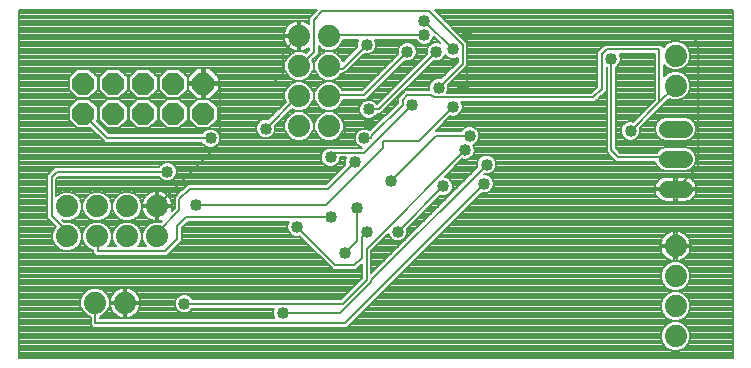
<source format=gbl>
G75*
%MOIN*%
%OFA0B0*%
%FSLAX24Y24*%
%IPPOS*%
%LPD*%
%AMOC8*
5,1,8,0,0,1.08239X$1,22.5*
%
%ADD10C,0.0560*%
%ADD11C,0.0740*%
%ADD12OC8,0.0740*%
%ADD13C,0.0080*%
%ADD14C,0.0400*%
D10*
X021966Y006313D02*
X022526Y006313D01*
X022526Y007313D02*
X021966Y007313D01*
X021966Y008313D02*
X022526Y008313D01*
D11*
X022246Y009763D03*
X022246Y010763D03*
X010696Y010413D03*
X009696Y010413D03*
X009696Y009413D03*
X010696Y009413D03*
X010696Y008413D03*
X009696Y008413D03*
X004966Y005743D03*
X003966Y005743D03*
X002966Y005743D03*
X001966Y005743D03*
X001966Y004743D03*
X002966Y004743D03*
X003966Y004743D03*
X004966Y004743D03*
X003896Y002523D03*
X002896Y002523D03*
X009696Y011413D03*
X010696Y011413D03*
X022246Y004413D03*
X022246Y003413D03*
X022246Y002413D03*
X022246Y001413D03*
D12*
X006506Y008833D03*
X005506Y008833D03*
X004506Y008833D03*
X003506Y008833D03*
X002506Y008833D03*
X002506Y009833D03*
X003506Y009833D03*
X004506Y009833D03*
X005506Y009833D03*
X006506Y009833D03*
D13*
X000366Y012289D02*
X000366Y000683D01*
X024146Y000683D01*
X024146Y012289D01*
X014216Y012289D01*
X015212Y011293D01*
X015212Y011293D01*
X015306Y011200D01*
X015306Y010427D01*
X015212Y010333D01*
X014657Y009778D01*
X014666Y009757D01*
X014666Y009630D01*
X014626Y009533D01*
X019440Y009533D01*
X019626Y009720D01*
X019626Y010880D01*
X019720Y010973D01*
X019786Y011040D01*
X019880Y011133D01*
X021772Y011133D01*
X021848Y011058D01*
X021968Y011179D01*
X022149Y011253D01*
X022343Y011253D01*
X022524Y011179D01*
X022661Y011041D01*
X022736Y010861D01*
X022736Y010666D01*
X022661Y010486D01*
X022524Y010348D01*
X022343Y010273D01*
X022149Y010273D01*
X021968Y010348D01*
X021866Y010450D01*
X021866Y010076D01*
X021968Y010179D01*
X022149Y010253D01*
X022343Y010253D01*
X022524Y010179D01*
X022661Y010041D01*
X022736Y009861D01*
X022736Y009666D01*
X022661Y009486D01*
X022524Y009348D01*
X022343Y009273D01*
X022149Y009273D01*
X022038Y009319D01*
X021866Y009147D01*
X021866Y009147D01*
X021772Y009053D01*
X021772Y009053D01*
X021057Y008338D01*
X021066Y008317D01*
X021066Y008190D01*
X021017Y008072D01*
X020927Y007982D01*
X020810Y007933D01*
X020682Y007933D01*
X020565Y007982D01*
X020475Y008072D01*
X020426Y008190D01*
X020426Y008317D01*
X020475Y008435D01*
X020565Y008525D01*
X020682Y008573D01*
X020810Y008573D01*
X020831Y008564D01*
X021546Y009280D01*
X021546Y010813D01*
X020386Y010813D01*
X020426Y010717D01*
X020426Y010590D01*
X020377Y010472D01*
X020287Y010382D01*
X020266Y010373D01*
X020266Y007670D01*
X020402Y007533D01*
X021624Y007533D01*
X021627Y007540D01*
X021739Y007652D01*
X021886Y007713D01*
X022606Y007713D01*
X022753Y007652D01*
X022865Y007540D01*
X022926Y007393D01*
X022926Y007234D01*
X022865Y007087D01*
X022753Y006974D01*
X022606Y006913D01*
X021886Y006913D01*
X021739Y006974D01*
X021627Y007087D01*
X021574Y007213D01*
X020270Y007213D01*
X020040Y007443D01*
X019946Y007537D01*
X019946Y010373D01*
X019946Y010373D01*
X019946Y009587D01*
X019666Y009307D01*
X019572Y009213D01*
X015106Y009213D01*
X015146Y009117D01*
X015146Y008990D01*
X015097Y008872D01*
X019946Y008872D01*
X019946Y008950D02*
X015130Y008950D01*
X015146Y009029D02*
X019946Y009029D01*
X019946Y009107D02*
X015146Y009107D01*
X015117Y009186D02*
X019946Y009186D01*
X019946Y009264D02*
X019623Y009264D01*
X019702Y009343D02*
X019946Y009343D01*
X019946Y009421D02*
X019780Y009421D01*
X019859Y009500D02*
X019946Y009500D01*
X019937Y009578D02*
X019946Y009578D01*
X019946Y009657D02*
X019946Y009657D01*
X019946Y009735D02*
X019946Y009735D01*
X019946Y009814D02*
X019946Y009814D01*
X019946Y009892D02*
X019946Y009892D01*
X019946Y009971D02*
X019946Y009971D01*
X019946Y010049D02*
X019946Y010049D01*
X019946Y010128D02*
X019946Y010128D01*
X019946Y010206D02*
X019946Y010206D01*
X019946Y010285D02*
X019946Y010285D01*
X019946Y010363D02*
X019946Y010363D01*
X019626Y010363D02*
X015242Y010363D01*
X015306Y010442D02*
X019626Y010442D01*
X019626Y010520D02*
X015306Y010520D01*
X015306Y010599D02*
X019626Y010599D01*
X019626Y010677D02*
X015306Y010677D01*
X015306Y010756D02*
X019626Y010756D01*
X019626Y010834D02*
X015306Y010834D01*
X015306Y010913D02*
X019659Y010913D01*
X019738Y010991D02*
X015306Y010991D01*
X015306Y011070D02*
X019816Y011070D01*
X019946Y010973D02*
X021706Y010973D01*
X021706Y009213D01*
X020746Y008253D01*
X021066Y008244D02*
X021566Y008244D01*
X021566Y008234D02*
X021627Y008087D01*
X021023Y008087D01*
X021056Y008165D02*
X021594Y008165D01*
X021566Y008234D02*
X021566Y008393D01*
X021627Y008540D01*
X021739Y008652D01*
X021886Y008713D01*
X022606Y008713D01*
X022753Y008652D01*
X022865Y008540D01*
X022926Y008393D01*
X022926Y008234D01*
X022865Y008087D01*
X024146Y008087D01*
X024146Y008165D02*
X022898Y008165D01*
X022926Y008244D02*
X024146Y008244D01*
X024146Y008322D02*
X022926Y008322D01*
X022923Y008401D02*
X024146Y008401D01*
X024146Y008479D02*
X022890Y008479D01*
X022847Y008558D02*
X024146Y008558D01*
X024146Y008636D02*
X022769Y008636D01*
X022865Y008087D02*
X022753Y007974D01*
X022606Y007913D01*
X021886Y007913D01*
X021739Y007974D01*
X021627Y008087D01*
X021705Y008008D02*
X020954Y008008D01*
X020538Y008008D02*
X020266Y008008D01*
X020266Y007930D02*
X021846Y007930D01*
X021841Y007694D02*
X020266Y007694D01*
X020266Y007773D02*
X024146Y007773D01*
X024146Y007851D02*
X020266Y007851D01*
X020266Y008087D02*
X020469Y008087D01*
X020436Y008165D02*
X020266Y008165D01*
X020266Y008244D02*
X020426Y008244D01*
X020428Y008322D02*
X020266Y008322D01*
X020266Y008401D02*
X020461Y008401D01*
X020520Y008479D02*
X020266Y008479D01*
X020266Y008558D02*
X020645Y008558D01*
X020903Y008636D02*
X020266Y008636D01*
X020266Y008715D02*
X020981Y008715D01*
X021060Y008793D02*
X020266Y008793D01*
X020266Y008872D02*
X021138Y008872D01*
X021217Y008950D02*
X020266Y008950D01*
X020266Y009029D02*
X021295Y009029D01*
X021374Y009107D02*
X020266Y009107D01*
X020266Y009186D02*
X021452Y009186D01*
X021531Y009264D02*
X020266Y009264D01*
X020266Y009343D02*
X021546Y009343D01*
X021546Y009421D02*
X020266Y009421D01*
X020266Y009500D02*
X021546Y009500D01*
X021546Y009578D02*
X020266Y009578D01*
X020266Y009657D02*
X021546Y009657D01*
X021546Y009735D02*
X020266Y009735D01*
X020266Y009814D02*
X021546Y009814D01*
X021546Y009892D02*
X020266Y009892D01*
X020266Y009971D02*
X021546Y009971D01*
X021546Y010049D02*
X020266Y010049D01*
X020266Y010128D02*
X021546Y010128D01*
X021546Y010206D02*
X020266Y010206D01*
X020266Y010285D02*
X021546Y010285D01*
X021546Y010363D02*
X020266Y010363D01*
X020347Y010442D02*
X021546Y010442D01*
X021546Y010520D02*
X020397Y010520D01*
X020426Y010599D02*
X021546Y010599D01*
X021546Y010677D02*
X020426Y010677D01*
X020410Y010756D02*
X021546Y010756D01*
X021866Y010442D02*
X021874Y010442D01*
X021866Y010363D02*
X021953Y010363D01*
X021866Y010285D02*
X022121Y010285D01*
X022035Y010206D02*
X021866Y010206D01*
X021866Y010128D02*
X021918Y010128D01*
X022371Y010285D02*
X024146Y010285D01*
X024146Y010363D02*
X022539Y010363D01*
X022618Y010442D02*
X024146Y010442D01*
X024146Y010520D02*
X022676Y010520D01*
X022708Y010599D02*
X024146Y010599D01*
X024146Y010677D02*
X022736Y010677D01*
X022736Y010756D02*
X024146Y010756D01*
X024146Y010834D02*
X022736Y010834D01*
X022714Y010913D02*
X024146Y010913D01*
X024146Y010991D02*
X022682Y010991D01*
X022632Y011070D02*
X024146Y011070D01*
X024146Y011148D02*
X022554Y011148D01*
X022407Y011227D02*
X024146Y011227D01*
X024146Y011305D02*
X015200Y011305D01*
X015279Y011227D02*
X022085Y011227D01*
X021938Y011148D02*
X015306Y011148D01*
X015146Y011133D02*
X014026Y012253D01*
X010476Y012253D01*
X010186Y011963D01*
X010186Y010893D01*
X009706Y010413D01*
X009696Y010413D01*
X010150Y010599D02*
X010242Y010599D01*
X010210Y010520D02*
X010182Y010520D01*
X010186Y010511D02*
X010140Y010621D01*
X010252Y010733D01*
X010252Y010733D01*
X010346Y010827D01*
X010346Y011070D01*
X010346Y011070D01*
X010418Y010998D01*
X010599Y010923D01*
X010793Y010923D01*
X010974Y010998D01*
X011111Y011136D01*
X011177Y011293D01*
X011666Y011293D01*
X011626Y011197D01*
X011626Y011070D01*
X011046Y011070D01*
X011117Y011148D02*
X011626Y011148D01*
X011626Y011070D02*
X011635Y011048D01*
X011160Y010574D01*
X011111Y010691D01*
X010974Y010829D01*
X010793Y010903D01*
X010599Y010903D01*
X010418Y010829D01*
X010281Y010691D01*
X010206Y010511D01*
X010206Y010316D01*
X010281Y010136D01*
X010418Y009998D01*
X010599Y009923D01*
X010793Y009923D01*
X010974Y009998D01*
X011111Y010136D01*
X011127Y010173D01*
X011212Y010173D01*
X011306Y010267D01*
X011861Y010822D01*
X011882Y010813D01*
X012010Y010813D01*
X012127Y010862D01*
X012217Y010952D01*
X012266Y011070D01*
X013033Y011070D01*
X013035Y011075D02*
X012986Y010957D01*
X012986Y010830D01*
X012995Y010808D01*
X011800Y009613D01*
X011144Y009613D01*
X011111Y009691D01*
X010974Y009829D01*
X010793Y009903D01*
X010599Y009903D01*
X010418Y009829D01*
X010281Y009691D01*
X010206Y009511D01*
X010206Y009316D01*
X010281Y009136D01*
X010418Y008998D01*
X010599Y008923D01*
X010793Y008923D01*
X010974Y008998D01*
X011111Y009136D01*
X011177Y009293D01*
X011932Y009293D01*
X012026Y009387D01*
X013221Y010582D01*
X013242Y010573D01*
X013370Y010573D01*
X013487Y010622D01*
X013577Y010712D01*
X013626Y010830D01*
X013626Y010957D01*
X013577Y011075D01*
X013487Y011165D01*
X013370Y011213D01*
X013242Y011213D01*
X013125Y011165D01*
X013035Y011075D01*
X013000Y010991D02*
X012234Y010991D01*
X012266Y011070D02*
X012266Y011197D01*
X012226Y011293D01*
X013586Y011293D01*
X013595Y011272D01*
X013685Y011182D01*
X013802Y011133D01*
X013930Y011133D01*
X014047Y011182D01*
X014137Y011272D01*
X014185Y011388D01*
X014381Y011192D01*
X014330Y011213D01*
X014202Y011213D01*
X014085Y011165D01*
X013995Y011075D01*
X013946Y010957D01*
X013946Y010830D01*
X013955Y010808D01*
X012298Y009152D01*
X012297Y009155D01*
X012207Y009245D01*
X012090Y009293D01*
X011962Y009293D01*
X011845Y009245D01*
X011755Y009155D01*
X011706Y009037D01*
X011706Y008910D01*
X011755Y008792D01*
X011845Y008702D01*
X011962Y008653D01*
X012090Y008653D01*
X012207Y008702D01*
X012297Y008792D01*
X012306Y008813D01*
X012412Y008813D01*
X012506Y008907D01*
X014181Y010582D01*
X014202Y010573D01*
X014330Y010573D01*
X014447Y010622D01*
X014537Y010712D01*
X014566Y010781D01*
X014645Y010702D01*
X014762Y010653D01*
X014890Y010653D01*
X014986Y010693D01*
X014986Y010560D01*
X014431Y010004D01*
X014410Y010013D01*
X014282Y010013D01*
X014165Y009965D01*
X014075Y009875D01*
X014026Y009757D01*
X014026Y009630D01*
X014033Y009613D01*
X013240Y009613D01*
X013146Y009520D01*
X012986Y009360D01*
X012986Y009200D01*
X012059Y008273D01*
X012047Y008285D01*
X011930Y008333D01*
X011802Y008333D01*
X011685Y008285D01*
X011595Y008195D01*
X011546Y008077D01*
X011546Y007950D01*
X011595Y007832D01*
X011685Y007742D01*
X011800Y007694D01*
X006812Y007694D01*
X006810Y007693D02*
X006927Y007742D01*
X007017Y007832D01*
X007066Y007950D01*
X007066Y008077D01*
X007017Y008195D01*
X006927Y008285D01*
X006810Y008333D01*
X006682Y008333D01*
X006565Y008285D01*
X006475Y008195D01*
X006466Y008173D01*
X003372Y008173D01*
X002956Y008590D01*
X002996Y008630D01*
X002996Y009036D01*
X002709Y009323D01*
X002303Y009323D01*
X002016Y009036D01*
X002016Y008630D01*
X002303Y008343D01*
X002709Y008343D01*
X002729Y008364D01*
X003146Y007947D01*
X003240Y007853D01*
X006466Y007853D01*
X006475Y007832D01*
X006565Y007742D01*
X006682Y007693D01*
X006810Y007693D01*
X006680Y007694D02*
X000366Y007694D01*
X000366Y007616D02*
X010536Y007616D01*
X010565Y007645D02*
X010475Y007555D01*
X010426Y007437D01*
X010426Y007310D01*
X010475Y007192D01*
X010565Y007102D01*
X010682Y007053D01*
X010810Y007053D01*
X010927Y007102D01*
X011017Y007192D01*
X011066Y007310D01*
X011066Y007373D01*
X011266Y007373D01*
X011226Y007277D01*
X011226Y007150D01*
X011235Y007128D01*
X010600Y006493D01*
X005990Y006493D01*
X005896Y006400D01*
X005896Y006400D01*
X005640Y006143D01*
X005640Y006143D01*
X005546Y006050D01*
X005546Y005680D01*
X005451Y005584D01*
X005463Y005624D01*
X005476Y005703D01*
X005476Y005703D01*
X005006Y005703D01*
X005006Y005233D01*
X005006Y005233D01*
X005085Y005246D01*
X005125Y005259D01*
X005089Y005223D01*
X005063Y005233D01*
X004869Y005233D01*
X004688Y005159D01*
X004551Y005021D01*
X004476Y004841D01*
X004476Y004646D01*
X004551Y004466D01*
X004603Y004413D01*
X004329Y004413D01*
X004381Y004466D01*
X004456Y004646D01*
X004456Y004841D01*
X004381Y005021D01*
X004244Y005159D01*
X004063Y005233D01*
X003869Y005233D01*
X003688Y005159D01*
X003551Y005021D01*
X003476Y004841D01*
X003476Y004646D01*
X003551Y004466D01*
X003603Y004413D01*
X003329Y004413D01*
X003381Y004466D01*
X003456Y004646D01*
X003456Y004841D01*
X003381Y005021D01*
X003244Y005159D01*
X003063Y005233D01*
X002869Y005233D01*
X002688Y005159D01*
X002551Y005021D01*
X002476Y004841D01*
X002476Y004646D01*
X002551Y004466D01*
X002688Y004328D01*
X002826Y004271D01*
X002826Y004187D01*
X002920Y004093D01*
X005292Y004093D01*
X005386Y004187D01*
X005692Y004493D01*
X005786Y004587D01*
X005786Y005007D01*
X005992Y005213D01*
X009346Y005213D01*
X009306Y005117D01*
X009306Y004990D01*
X009355Y004872D01*
X009445Y004782D01*
X009562Y004733D01*
X009690Y004733D01*
X009711Y004742D01*
X010746Y003707D01*
X010746Y003707D01*
X010840Y003613D01*
X011592Y003613D01*
X011686Y003707D01*
X011786Y003807D01*
X011786Y003360D01*
X011080Y002653D01*
X006146Y002653D01*
X006137Y002675D01*
X006047Y002765D01*
X005930Y002813D01*
X005802Y002813D01*
X005685Y002765D01*
X005595Y002675D01*
X005546Y002557D01*
X005546Y002430D01*
X005595Y002312D01*
X005685Y002222D01*
X005802Y002173D01*
X005930Y002173D01*
X006047Y002222D01*
X006137Y002312D01*
X006146Y002333D01*
X008866Y002333D01*
X008826Y002237D01*
X008826Y002110D01*
X008866Y002013D01*
X003066Y002013D01*
X003066Y002063D01*
X003174Y002108D01*
X003311Y002246D01*
X003386Y002426D01*
X003386Y002621D01*
X003311Y002801D01*
X003174Y002939D01*
X002993Y003013D01*
X002799Y003013D01*
X002618Y002939D01*
X002481Y002801D01*
X002406Y002621D01*
X002406Y002426D01*
X002481Y002246D01*
X002618Y002108D01*
X002746Y002055D01*
X002746Y001787D01*
X002840Y001693D01*
X011292Y001693D01*
X011386Y001787D01*
X015781Y006182D01*
X015802Y006173D01*
X015930Y006173D01*
X016047Y006222D01*
X016137Y006312D01*
X016186Y006430D01*
X016186Y006557D01*
X016137Y006675D01*
X016047Y006765D01*
X015930Y006813D01*
X015852Y006813D01*
X015861Y006822D01*
X015882Y006813D01*
X016010Y006813D01*
X016127Y006862D01*
X016217Y006952D01*
X016266Y007070D01*
X016266Y007197D01*
X016217Y007315D01*
X016127Y007405D01*
X016010Y007453D01*
X015882Y007453D01*
X015765Y007405D01*
X015675Y007315D01*
X015626Y007197D01*
X015626Y007070D01*
X015635Y007048D01*
X012106Y003520D01*
X012106Y004267D01*
X012667Y004828D01*
X012715Y004712D01*
X012805Y004622D01*
X012922Y004573D01*
X013050Y004573D01*
X013167Y004622D01*
X013257Y004712D01*
X013306Y004830D01*
X013306Y004957D01*
X013297Y004978D01*
X014421Y006102D01*
X014442Y006093D01*
X014570Y006093D01*
X014687Y006142D01*
X014777Y006232D01*
X014826Y006350D01*
X014826Y006477D01*
X014777Y006595D01*
X014687Y006685D01*
X014572Y006732D01*
X015141Y007302D01*
X015162Y007293D01*
X015290Y007293D01*
X015407Y007342D01*
X015497Y007432D01*
X015546Y007550D01*
X015546Y007677D01*
X015498Y007793D01*
X015567Y007822D01*
X015657Y007912D01*
X015706Y008030D01*
X015706Y008157D01*
X015657Y008275D01*
X015567Y008365D01*
X015450Y008413D01*
X015322Y008413D01*
X015205Y008365D01*
X015115Y008275D01*
X015106Y008253D01*
X014252Y008253D01*
X014741Y008742D01*
X014762Y008733D01*
X014890Y008733D01*
X015007Y008782D01*
X015097Y008872D01*
X015019Y008793D02*
X019946Y008793D01*
X019946Y008715D02*
X014714Y008715D01*
X014635Y008636D02*
X019946Y008636D01*
X019946Y008558D02*
X014557Y008558D01*
X014478Y008479D02*
X019946Y008479D01*
X019946Y008401D02*
X015480Y008401D01*
X015609Y008322D02*
X019946Y008322D01*
X019946Y008244D02*
X015670Y008244D01*
X015703Y008165D02*
X019946Y008165D01*
X019946Y008087D02*
X015706Y008087D01*
X015697Y008008D02*
X019946Y008008D01*
X019946Y007930D02*
X015665Y007930D01*
X015597Y007851D02*
X019946Y007851D01*
X019946Y007773D02*
X015506Y007773D01*
X015539Y007694D02*
X019946Y007694D01*
X019946Y007616D02*
X015546Y007616D01*
X015541Y007537D02*
X019946Y007537D01*
X020024Y007459D02*
X015508Y007459D01*
X015446Y007380D02*
X015741Y007380D01*
X015669Y007302D02*
X015310Y007302D01*
X015142Y007302D02*
X015141Y007302D01*
X015062Y007223D02*
X015637Y007223D01*
X015626Y007145D02*
X014984Y007145D01*
X014905Y007066D02*
X015627Y007066D01*
X015574Y006988D02*
X014827Y006988D01*
X014748Y006909D02*
X015496Y006909D01*
X015417Y006831D02*
X014670Y006831D01*
X014591Y006752D02*
X015339Y006752D01*
X015260Y006674D02*
X014698Y006674D01*
X014776Y006595D02*
X015182Y006595D01*
X015103Y006517D02*
X014809Y006517D01*
X014826Y006438D02*
X015025Y006438D01*
X014946Y006360D02*
X014826Y006360D01*
X014798Y006281D02*
X014868Y006281D01*
X014789Y006203D02*
X014748Y006203D01*
X014711Y006124D02*
X014645Y006124D01*
X014632Y006046D02*
X014365Y006046D01*
X014286Y005967D02*
X014554Y005967D01*
X014475Y005889D02*
X014208Y005889D01*
X014129Y005810D02*
X014397Y005810D01*
X014318Y005732D02*
X014051Y005732D01*
X013972Y005653D02*
X014240Y005653D01*
X014161Y005575D02*
X013894Y005575D01*
X013815Y005496D02*
X014083Y005496D01*
X014004Y005418D02*
X013737Y005418D01*
X013658Y005339D02*
X013926Y005339D01*
X013847Y005261D02*
X013580Y005261D01*
X013501Y005182D02*
X013769Y005182D01*
X013690Y005104D02*
X013423Y005104D01*
X013344Y005025D02*
X013612Y005025D01*
X013533Y004947D02*
X013306Y004947D01*
X013306Y004868D02*
X013455Y004868D01*
X013376Y004790D02*
X013290Y004790D01*
X013298Y004711D02*
X013257Y004711D01*
X013219Y004633D02*
X013178Y004633D01*
X013141Y004554D02*
X012393Y004554D01*
X012315Y004476D02*
X013062Y004476D01*
X012984Y004397D02*
X012236Y004397D01*
X012158Y004319D02*
X012905Y004319D01*
X012827Y004240D02*
X012106Y004240D01*
X012106Y004162D02*
X012748Y004162D01*
X012670Y004083D02*
X012106Y004083D01*
X012106Y004005D02*
X012591Y004005D01*
X012513Y003926D02*
X012106Y003926D01*
X012106Y003848D02*
X012434Y003848D01*
X012356Y003769D02*
X012106Y003769D01*
X012106Y003691D02*
X012277Y003691D01*
X012199Y003612D02*
X012106Y003612D01*
X012106Y003534D02*
X012120Y003534D01*
X011786Y003534D02*
X000366Y003534D01*
X000366Y003612D02*
X011786Y003612D01*
X011786Y003691D02*
X011670Y003691D01*
X011748Y003769D02*
X011786Y003769D01*
X011526Y003773D02*
X010906Y003773D01*
X009626Y005053D01*
X009333Y005182D02*
X005961Y005182D01*
X005883Y005104D02*
X009306Y005104D01*
X009306Y005025D02*
X005804Y005025D01*
X005786Y004947D02*
X009324Y004947D01*
X009358Y004868D02*
X005786Y004868D01*
X005786Y004790D02*
X009437Y004790D01*
X009742Y004711D02*
X005786Y004711D01*
X005786Y004633D02*
X009820Y004633D01*
X009899Y004554D02*
X005753Y004554D01*
X005675Y004476D02*
X009977Y004476D01*
X010056Y004397D02*
X005596Y004397D01*
X005518Y004319D02*
X010134Y004319D01*
X010213Y004240D02*
X005439Y004240D01*
X005361Y004162D02*
X010291Y004162D01*
X010370Y004083D02*
X000366Y004083D01*
X000366Y004005D02*
X010448Y004005D01*
X010527Y003926D02*
X000366Y003926D01*
X000366Y003848D02*
X010605Y003848D01*
X010684Y003769D02*
X000366Y003769D01*
X000366Y003691D02*
X010762Y003691D01*
X011526Y003773D02*
X011786Y004033D01*
X011786Y004733D01*
X011946Y004893D01*
X011626Y004573D02*
X011626Y005693D01*
X010746Y005373D02*
X005926Y005373D01*
X005626Y005073D01*
X005626Y004653D01*
X005226Y004253D01*
X002986Y004253D01*
X002986Y004733D01*
X002966Y004743D01*
X002619Y004397D02*
X002313Y004397D01*
X002381Y004466D02*
X002456Y004646D01*
X002456Y004841D01*
X002381Y005021D01*
X002244Y005159D01*
X002063Y005233D01*
X001869Y005233D01*
X001857Y005228D01*
X001807Y005279D01*
X001869Y005253D01*
X002063Y005253D01*
X002244Y005328D01*
X002381Y005466D01*
X002456Y005646D01*
X002456Y005841D01*
X002381Y006021D01*
X002244Y006159D01*
X002063Y006233D01*
X001869Y006233D01*
X001688Y006159D01*
X001606Y006076D01*
X001606Y006637D01*
X001702Y006733D01*
X005026Y006733D01*
X005035Y006712D01*
X005125Y006622D01*
X005242Y006573D01*
X005370Y006573D01*
X005487Y006622D01*
X005577Y006712D01*
X005626Y006830D01*
X005626Y006957D01*
X005577Y007075D01*
X005487Y007165D01*
X005370Y007213D01*
X005242Y007213D01*
X005125Y007165D01*
X005035Y007075D01*
X005026Y007053D01*
X001570Y007053D01*
X001476Y006960D01*
X001476Y006960D01*
X001286Y006770D01*
X001286Y005347D01*
X001581Y005052D01*
X001551Y005021D01*
X001476Y004841D01*
X001476Y004646D01*
X001551Y004466D01*
X001688Y004328D01*
X001869Y004253D01*
X002063Y004253D01*
X002244Y004328D01*
X002381Y004466D01*
X002386Y004476D02*
X002546Y004476D01*
X002514Y004554D02*
X002418Y004554D01*
X002451Y004633D02*
X002481Y004633D01*
X002476Y004711D02*
X002456Y004711D01*
X002456Y004790D02*
X002476Y004790D01*
X002487Y004868D02*
X002445Y004868D01*
X002412Y004947D02*
X002520Y004947D01*
X002555Y005025D02*
X002377Y005025D01*
X002298Y005104D02*
X002634Y005104D01*
X002746Y005182D02*
X002186Y005182D01*
X002082Y005261D02*
X002850Y005261D01*
X002869Y005253D02*
X003063Y005253D01*
X003244Y005328D01*
X003381Y005466D01*
X003456Y005646D01*
X003456Y005841D01*
X003381Y006021D01*
X003244Y006159D01*
X003063Y006233D01*
X002869Y006233D01*
X002688Y006159D01*
X002551Y006021D01*
X002476Y005841D01*
X002476Y005646D01*
X002551Y005466D01*
X002688Y005328D01*
X002869Y005253D01*
X002677Y005339D02*
X002255Y005339D01*
X002334Y005418D02*
X002598Y005418D01*
X002538Y005496D02*
X002394Y005496D01*
X002427Y005575D02*
X002505Y005575D01*
X002476Y005653D02*
X002456Y005653D01*
X002456Y005732D02*
X002476Y005732D01*
X002476Y005810D02*
X002456Y005810D01*
X002436Y005889D02*
X002496Y005889D01*
X002528Y005967D02*
X002404Y005967D01*
X002356Y006046D02*
X002576Y006046D01*
X002654Y006124D02*
X002278Y006124D01*
X002137Y006203D02*
X002795Y006203D01*
X003137Y006203D02*
X003795Y006203D01*
X003869Y006233D02*
X003688Y006159D01*
X003551Y006021D01*
X003476Y005841D01*
X003476Y005646D01*
X003551Y005466D01*
X003688Y005328D01*
X003869Y005253D01*
X004063Y005253D01*
X004244Y005328D01*
X004381Y005466D01*
X004456Y005646D01*
X004456Y005841D01*
X004381Y006021D01*
X004244Y006159D01*
X004063Y006233D01*
X003869Y006233D01*
X003654Y006124D02*
X003278Y006124D01*
X003356Y006046D02*
X003576Y006046D01*
X003528Y005967D02*
X003404Y005967D01*
X003436Y005889D02*
X003496Y005889D01*
X003476Y005810D02*
X003456Y005810D01*
X003456Y005732D02*
X003476Y005732D01*
X003476Y005653D02*
X003456Y005653D01*
X003427Y005575D02*
X003505Y005575D01*
X003538Y005496D02*
X003394Y005496D01*
X003334Y005418D02*
X003598Y005418D01*
X003677Y005339D02*
X003255Y005339D01*
X003186Y005182D02*
X003746Y005182D01*
X003850Y005261D02*
X003082Y005261D01*
X003298Y005104D02*
X003634Y005104D01*
X003555Y005025D02*
X003377Y005025D01*
X003412Y004947D02*
X003520Y004947D01*
X003487Y004868D02*
X003445Y004868D01*
X003456Y004790D02*
X003476Y004790D01*
X003476Y004711D02*
X003456Y004711D01*
X003451Y004633D02*
X003481Y004633D01*
X003514Y004554D02*
X003418Y004554D01*
X003386Y004476D02*
X003546Y004476D01*
X002826Y004240D02*
X000366Y004240D01*
X000366Y004162D02*
X002851Y004162D01*
X002710Y004319D02*
X002222Y004319D01*
X001710Y004319D02*
X000366Y004319D01*
X000366Y004397D02*
X001619Y004397D01*
X001546Y004476D02*
X000366Y004476D01*
X000366Y004554D02*
X001514Y004554D01*
X001481Y004633D02*
X000366Y004633D01*
X000366Y004711D02*
X001476Y004711D01*
X001476Y004790D02*
X000366Y004790D01*
X000366Y004868D02*
X001487Y004868D01*
X001520Y004947D02*
X000366Y004947D01*
X000366Y005025D02*
X001555Y005025D01*
X001529Y005104D02*
X000366Y005104D01*
X000366Y005182D02*
X001451Y005182D01*
X001372Y005261D02*
X000366Y005261D01*
X000366Y005339D02*
X001294Y005339D01*
X001286Y005418D02*
X000366Y005418D01*
X000366Y005496D02*
X001286Y005496D01*
X001286Y005575D02*
X000366Y005575D01*
X000366Y005653D02*
X001286Y005653D01*
X001286Y005732D02*
X000366Y005732D01*
X000366Y005810D02*
X001286Y005810D01*
X001286Y005889D02*
X000366Y005889D01*
X000366Y005967D02*
X001286Y005967D01*
X001286Y006046D02*
X000366Y006046D01*
X000366Y006124D02*
X001286Y006124D01*
X001286Y006203D02*
X000366Y006203D01*
X000366Y006281D02*
X001286Y006281D01*
X001286Y006360D02*
X000366Y006360D01*
X000366Y006438D02*
X001286Y006438D01*
X001286Y006517D02*
X000366Y006517D01*
X000366Y006595D02*
X001286Y006595D01*
X001286Y006674D02*
X000366Y006674D01*
X000366Y006752D02*
X001286Y006752D01*
X001347Y006831D02*
X000366Y006831D01*
X000366Y006909D02*
X001426Y006909D01*
X001504Y006988D02*
X000366Y006988D01*
X000366Y007066D02*
X005031Y007066D01*
X005105Y007145D02*
X000366Y007145D01*
X000366Y007223D02*
X010462Y007223D01*
X010429Y007302D02*
X000366Y007302D01*
X000366Y007380D02*
X010426Y007380D01*
X010435Y007459D02*
X000366Y007459D01*
X000366Y007537D02*
X010468Y007537D01*
X010565Y007645D02*
X010678Y007691D01*
X010680Y007693D01*
X011800Y007693D01*
X011800Y007694D01*
X011654Y007773D02*
X006958Y007773D01*
X007025Y007851D02*
X011587Y007851D01*
X011554Y007930D02*
X010809Y007930D01*
X010793Y007923D02*
X010974Y007998D01*
X011111Y008136D01*
X011186Y008316D01*
X011186Y008511D01*
X011111Y008691D01*
X010974Y008829D01*
X010793Y008903D01*
X010599Y008903D01*
X010418Y008829D01*
X010281Y008691D01*
X010206Y008511D01*
X010206Y008316D01*
X010281Y008136D01*
X010418Y007998D01*
X010599Y007923D01*
X010793Y007923D01*
X010906Y007853D02*
X007066Y007853D01*
X004986Y005773D01*
X004966Y005743D01*
X005006Y005732D02*
X005546Y005732D01*
X005546Y005810D02*
X005472Y005810D01*
X005476Y005783D02*
X005463Y005863D01*
X005439Y005939D01*
X005402Y006011D01*
X005355Y006075D01*
X005298Y006132D01*
X005233Y006179D01*
X005162Y006216D01*
X005085Y006241D01*
X005006Y006253D01*
X005006Y005783D01*
X005476Y005783D01*
X005476Y005783D01*
X005455Y005889D02*
X005546Y005889D01*
X005546Y005967D02*
X005424Y005967D01*
X005377Y006046D02*
X005546Y006046D01*
X005621Y006124D02*
X005306Y006124D01*
X005187Y006203D02*
X005699Y006203D01*
X005778Y006281D02*
X001606Y006281D01*
X001606Y006203D02*
X001795Y006203D01*
X001654Y006124D02*
X001606Y006124D01*
X001606Y006360D02*
X005856Y006360D01*
X005935Y006438D02*
X001606Y006438D01*
X001606Y006517D02*
X010623Y006517D01*
X010702Y006595D02*
X005423Y006595D01*
X005539Y006674D02*
X010780Y006674D01*
X010859Y006752D02*
X005594Y006752D01*
X005626Y006831D02*
X010937Y006831D01*
X011016Y006909D02*
X005626Y006909D01*
X005613Y006988D02*
X011094Y006988D01*
X011173Y007066D02*
X010841Y007066D01*
X010970Y007145D02*
X011228Y007145D01*
X011226Y007223D02*
X011030Y007223D01*
X011063Y007302D02*
X011236Y007302D01*
X011546Y007213D02*
X010666Y006333D01*
X006056Y006333D01*
X005706Y005983D01*
X005706Y005613D01*
X004986Y004893D01*
X004986Y004813D01*
X004966Y004743D01*
X004514Y004554D02*
X004418Y004554D01*
X004386Y004476D02*
X004546Y004476D01*
X004481Y004633D02*
X004451Y004633D01*
X004456Y004711D02*
X004476Y004711D01*
X004476Y004790D02*
X004456Y004790D01*
X004445Y004868D02*
X004487Y004868D01*
X004520Y004947D02*
X004412Y004947D01*
X004377Y005025D02*
X004555Y005025D01*
X004634Y005104D02*
X004298Y005104D01*
X004186Y005182D02*
X004746Y005182D01*
X004770Y005271D02*
X004847Y005246D01*
X004926Y005233D01*
X004926Y005703D01*
X005006Y005703D01*
X005006Y005783D01*
X004926Y005783D01*
X004926Y005703D01*
X004456Y005703D01*
X004469Y005624D01*
X004493Y005547D01*
X004530Y005476D01*
X004577Y005411D01*
X004634Y005354D01*
X004699Y005307D01*
X004770Y005271D01*
X004800Y005261D02*
X004082Y005261D01*
X004255Y005339D02*
X004654Y005339D01*
X004572Y005418D02*
X004334Y005418D01*
X004394Y005496D02*
X004519Y005496D01*
X004484Y005575D02*
X004427Y005575D01*
X004456Y005653D02*
X004464Y005653D01*
X004456Y005703D02*
X004456Y005703D01*
X004456Y005732D02*
X004926Y005732D01*
X004926Y005783D02*
X004456Y005783D01*
X004456Y005783D01*
X004469Y005863D01*
X004493Y005939D01*
X004530Y006011D01*
X004577Y006075D01*
X004634Y006132D01*
X004699Y006179D01*
X004770Y006216D01*
X004847Y006241D01*
X004926Y006253D01*
X004926Y006253D01*
X004926Y005783D01*
X004926Y005810D02*
X005006Y005810D01*
X005006Y005889D02*
X004926Y005889D01*
X004926Y005967D02*
X005006Y005967D01*
X005006Y006046D02*
X004926Y006046D01*
X004926Y006124D02*
X005006Y006124D01*
X005006Y006203D02*
X004926Y006203D01*
X005006Y006253D02*
X005006Y006253D01*
X004745Y006203D02*
X004137Y006203D01*
X004278Y006124D02*
X004626Y006124D01*
X004555Y006046D02*
X004356Y006046D01*
X004404Y005967D02*
X004508Y005967D01*
X004477Y005889D02*
X004436Y005889D01*
X004456Y005810D02*
X004460Y005810D01*
X004926Y005653D02*
X005006Y005653D01*
X005006Y005575D02*
X004926Y005575D01*
X004926Y005496D02*
X005006Y005496D01*
X005006Y005418D02*
X004926Y005418D01*
X004926Y005339D02*
X005006Y005339D01*
X005006Y005261D02*
X004926Y005261D01*
X004926Y005233D02*
X004926Y005233D01*
X005468Y005653D02*
X005520Y005653D01*
X006266Y005773D02*
X010586Y005773D01*
X012506Y007693D01*
X012506Y007933D01*
X013706Y007933D01*
X014826Y009053D01*
X014186Y009373D02*
X019506Y009373D01*
X019786Y009653D01*
X019786Y010813D01*
X019946Y010973D01*
X020106Y010653D02*
X020106Y007603D01*
X020336Y007373D01*
X022186Y007373D01*
X022246Y007313D01*
X022789Y007616D02*
X024146Y007616D01*
X024146Y007694D02*
X022651Y007694D01*
X022866Y007537D02*
X024146Y007537D01*
X024146Y007459D02*
X022899Y007459D01*
X022926Y007380D02*
X024146Y007380D01*
X024146Y007302D02*
X022926Y007302D01*
X022922Y007223D02*
X024146Y007223D01*
X024146Y007145D02*
X022889Y007145D01*
X022845Y007066D02*
X024146Y007066D01*
X024146Y006988D02*
X022766Y006988D01*
X022986Y007053D02*
X022986Y011193D01*
X022726Y011453D01*
X015306Y011453D01*
X015306Y009853D01*
X015146Y009693D01*
X014850Y009971D02*
X019626Y009971D01*
X019626Y010049D02*
X014928Y010049D01*
X015007Y010128D02*
X019626Y010128D01*
X019626Y010206D02*
X015085Y010206D01*
X015164Y010285D02*
X019626Y010285D01*
X019626Y009892D02*
X014771Y009892D01*
X014693Y009814D02*
X019626Y009814D01*
X019626Y009735D02*
X014666Y009735D01*
X014666Y009657D02*
X019563Y009657D01*
X019485Y009578D02*
X014645Y009578D01*
X014346Y009693D02*
X015146Y010493D01*
X015146Y011133D01*
X015122Y011384D02*
X024146Y011384D01*
X024146Y011462D02*
X015043Y011462D01*
X014965Y011541D02*
X024146Y011541D01*
X024146Y011619D02*
X014886Y011619D01*
X014808Y011698D02*
X024146Y011698D01*
X024146Y011776D02*
X014729Y011776D01*
X014651Y011855D02*
X024146Y011855D01*
X024146Y011933D02*
X014572Y011933D01*
X014494Y012012D02*
X024146Y012012D01*
X024146Y012090D02*
X014415Y012090D01*
X014337Y012169D02*
X024146Y012169D01*
X024146Y012247D02*
X014258Y012247D01*
X013866Y011933D02*
X014826Y010973D01*
X014948Y010677D02*
X014986Y010677D01*
X014986Y010599D02*
X014391Y010599D01*
X014503Y010677D02*
X014704Y010677D01*
X014591Y010756D02*
X014555Y010756D01*
X014266Y010893D02*
X012346Y008973D01*
X012026Y008973D01*
X011735Y009107D02*
X011083Y009107D01*
X011132Y009186D02*
X011786Y009186D01*
X011893Y009264D02*
X011165Y009264D01*
X011005Y009029D02*
X011706Y009029D01*
X011706Y008950D02*
X010859Y008950D01*
X010869Y008872D02*
X011722Y008872D01*
X011754Y008793D02*
X011009Y008793D01*
X011087Y008715D02*
X011832Y008715D01*
X012026Y008493D02*
X011226Y008493D01*
X011226Y008173D01*
X010906Y007853D01*
X010984Y008008D02*
X011546Y008008D01*
X011550Y008087D02*
X011063Y008087D01*
X011124Y008165D02*
X011583Y008165D01*
X011644Y008244D02*
X011156Y008244D01*
X011186Y008322D02*
X011776Y008322D01*
X011956Y008322D02*
X012109Y008322D01*
X012187Y008401D02*
X011186Y008401D01*
X011186Y008479D02*
X012266Y008479D01*
X012344Y008558D02*
X011166Y008558D01*
X011134Y008636D02*
X012423Y008636D01*
X012501Y008715D02*
X012220Y008715D01*
X012298Y008793D02*
X012580Y008793D01*
X012658Y008872D02*
X012471Y008872D01*
X012549Y008950D02*
X012737Y008950D01*
X012815Y009029D02*
X012628Y009029D01*
X012706Y009107D02*
X012894Y009107D01*
X012972Y009186D02*
X012785Y009186D01*
X012863Y009264D02*
X012986Y009264D01*
X012986Y009343D02*
X012942Y009343D01*
X013020Y009421D02*
X013048Y009421D01*
X013099Y009500D02*
X013126Y009500D01*
X013177Y009578D02*
X013205Y009578D01*
X013256Y009657D02*
X014026Y009657D01*
X014026Y009735D02*
X013334Y009735D01*
X013413Y009814D02*
X014050Y009814D01*
X014093Y009892D02*
X013491Y009892D01*
X013570Y009971D02*
X014180Y009971D01*
X014476Y010049D02*
X013648Y010049D01*
X013727Y010128D02*
X014554Y010128D01*
X014633Y010206D02*
X013805Y010206D01*
X013884Y010285D02*
X014711Y010285D01*
X014790Y010363D02*
X013962Y010363D01*
X014041Y010442D02*
X014868Y010442D01*
X014947Y010520D02*
X014119Y010520D01*
X013745Y010599D02*
X013431Y010599D01*
X013543Y010677D02*
X013824Y010677D01*
X013902Y010756D02*
X013595Y010756D01*
X013626Y010834D02*
X013946Y010834D01*
X013946Y010913D02*
X013626Y010913D01*
X013612Y010991D02*
X013960Y010991D01*
X013993Y011070D02*
X013579Y011070D01*
X013503Y011148D02*
X013766Y011148D01*
X013640Y011227D02*
X012254Y011227D01*
X012266Y011148D02*
X013109Y011148D01*
X012986Y010913D02*
X012178Y010913D01*
X012061Y010834D02*
X012986Y010834D01*
X012942Y010756D02*
X011795Y010756D01*
X011716Y010677D02*
X012864Y010677D01*
X012785Y010599D02*
X011638Y010599D01*
X011559Y010520D02*
X012707Y010520D01*
X012628Y010442D02*
X011481Y010442D01*
X011402Y010363D02*
X012550Y010363D01*
X012471Y010285D02*
X011324Y010285D01*
X011245Y010206D02*
X012393Y010206D01*
X012314Y010128D02*
X011104Y010128D01*
X011025Y010049D02*
X012236Y010049D01*
X012157Y009971D02*
X010908Y009971D01*
X010820Y009892D02*
X012079Y009892D01*
X012000Y009814D02*
X010988Y009814D01*
X011067Y009735D02*
X011922Y009735D01*
X011843Y009657D02*
X011125Y009657D01*
X010746Y009453D02*
X010696Y009413D01*
X010746Y009453D02*
X011866Y009453D01*
X013306Y010893D01*
X013159Y010520D02*
X013667Y010520D01*
X013588Y010442D02*
X013081Y010442D01*
X013002Y010363D02*
X013510Y010363D01*
X013431Y010285D02*
X012924Y010285D01*
X012845Y010206D02*
X013353Y010206D01*
X013274Y010128D02*
X012767Y010128D01*
X012688Y010049D02*
X013196Y010049D01*
X013117Y009971D02*
X012610Y009971D01*
X012531Y009892D02*
X013039Y009892D01*
X012960Y009814D02*
X012453Y009814D01*
X012374Y009735D02*
X012882Y009735D01*
X012803Y009657D02*
X012296Y009657D01*
X012217Y009578D02*
X012725Y009578D01*
X012646Y009500D02*
X012139Y009500D01*
X012060Y009421D02*
X012568Y009421D01*
X012489Y009343D02*
X011982Y009343D01*
X012159Y009264D02*
X012411Y009264D01*
X012332Y009186D02*
X012266Y009186D01*
X013146Y009133D02*
X013146Y009293D01*
X013306Y009453D01*
X014106Y009453D01*
X014186Y009373D01*
X013466Y009133D02*
X011866Y007533D01*
X010746Y007533D01*
X010746Y007373D01*
X010522Y007145D02*
X005507Y007145D01*
X005581Y007066D02*
X010651Y007066D01*
X010583Y007930D02*
X009809Y007930D01*
X009793Y007923D02*
X009974Y007998D01*
X010111Y008136D01*
X010186Y008316D01*
X010186Y008511D01*
X010111Y008691D01*
X009974Y008829D01*
X009793Y008903D01*
X009599Y008903D01*
X009418Y008829D01*
X009281Y008691D01*
X009206Y008511D01*
X009206Y008316D01*
X009281Y008136D01*
X009418Y007998D01*
X009599Y007923D01*
X009793Y007923D01*
X009984Y008008D02*
X010408Y008008D01*
X010329Y008087D02*
X010063Y008087D01*
X010124Y008165D02*
X010268Y008165D01*
X010236Y008244D02*
X010156Y008244D01*
X010186Y008322D02*
X010206Y008322D01*
X010206Y008401D02*
X010186Y008401D01*
X010186Y008479D02*
X010206Y008479D01*
X010226Y008558D02*
X010166Y008558D01*
X010134Y008636D02*
X010258Y008636D01*
X010305Y008715D02*
X010087Y008715D01*
X010009Y008793D02*
X010383Y008793D01*
X010523Y008872D02*
X009869Y008872D01*
X009859Y008950D02*
X010533Y008950D01*
X010387Y009029D02*
X010005Y009029D01*
X009974Y008998D02*
X010111Y009136D01*
X010186Y009316D01*
X010186Y009511D01*
X010111Y009691D01*
X009974Y009829D01*
X009793Y009903D01*
X009599Y009903D01*
X009418Y009829D01*
X009281Y009691D01*
X009206Y009511D01*
X009206Y009316D01*
X009246Y009219D01*
X008671Y008644D01*
X008650Y008653D01*
X008522Y008653D01*
X008405Y008605D01*
X008315Y008515D01*
X008266Y008397D01*
X008266Y008270D01*
X008315Y008152D01*
X008405Y008062D01*
X008522Y008013D01*
X008650Y008013D01*
X008767Y008062D01*
X008857Y008152D01*
X008906Y008270D01*
X008906Y008397D01*
X008897Y008418D01*
X009460Y008981D01*
X009599Y008923D01*
X009793Y008923D01*
X009974Y008998D01*
X010083Y009107D02*
X010309Y009107D01*
X010260Y009186D02*
X010132Y009186D01*
X010165Y009264D02*
X010227Y009264D01*
X010206Y009343D02*
X010186Y009343D01*
X010186Y009421D02*
X010206Y009421D01*
X010206Y009500D02*
X010186Y009500D01*
X010158Y009578D02*
X010234Y009578D01*
X010267Y009657D02*
X010125Y009657D01*
X010067Y009735D02*
X010325Y009735D01*
X010404Y009814D02*
X009988Y009814D01*
X009908Y009971D02*
X010484Y009971D01*
X010572Y009892D02*
X009820Y009892D01*
X009793Y009923D02*
X009599Y009923D01*
X009418Y009998D01*
X009281Y010136D01*
X009206Y010316D01*
X009206Y010511D01*
X009281Y010691D01*
X009418Y010829D01*
X009599Y010903D01*
X009793Y010903D01*
X009918Y010852D01*
X010026Y010960D01*
X010026Y011023D01*
X009963Y010977D01*
X009892Y010941D01*
X009815Y010916D01*
X009736Y010903D01*
X009736Y010903D01*
X009736Y011373D01*
X009656Y011373D01*
X009656Y010903D01*
X009656Y010903D01*
X009577Y010916D01*
X009500Y010941D01*
X009429Y010977D01*
X009364Y011024D01*
X009307Y011081D01*
X009260Y011146D01*
X009223Y011217D01*
X009199Y011294D01*
X009186Y011373D01*
X009186Y011373D01*
X009656Y011373D01*
X009656Y011453D01*
X009186Y011453D01*
X009186Y011453D01*
X009199Y011533D01*
X009223Y011609D01*
X009260Y011681D01*
X009307Y011745D01*
X009364Y011802D01*
X009429Y011849D01*
X009500Y011886D01*
X009577Y011911D01*
X009656Y011923D01*
X009656Y011923D01*
X009656Y011453D01*
X009736Y011453D01*
X009736Y011923D01*
X009736Y011923D01*
X009815Y011911D01*
X009892Y011886D01*
X009963Y011849D01*
X010026Y011804D01*
X010026Y012030D01*
X010120Y012123D01*
X010286Y012289D01*
X000366Y012289D01*
X000366Y012247D02*
X010244Y012247D01*
X010165Y012169D02*
X000366Y012169D01*
X000366Y012090D02*
X010087Y012090D01*
X010026Y012012D02*
X000366Y012012D01*
X000366Y011933D02*
X010026Y011933D01*
X010026Y011855D02*
X009953Y011855D01*
X009736Y011855D02*
X009656Y011855D01*
X009656Y011776D02*
X009736Y011776D01*
X009736Y011698D02*
X009656Y011698D01*
X009656Y011619D02*
X009736Y011619D01*
X009736Y011541D02*
X009656Y011541D01*
X009656Y011462D02*
X009736Y011462D01*
X009696Y011413D02*
X009626Y011373D01*
X009146Y010893D01*
X009146Y010163D01*
X008836Y009853D01*
X007066Y009853D01*
X007066Y007853D01*
X007058Y007930D02*
X009583Y007930D01*
X009408Y008008D02*
X007066Y008008D01*
X007062Y008087D02*
X008380Y008087D01*
X008309Y008165D02*
X007029Y008165D01*
X006968Y008244D02*
X008277Y008244D01*
X008266Y008322D02*
X006836Y008322D01*
X006767Y008401D02*
X008268Y008401D01*
X008300Y008479D02*
X006845Y008479D01*
X006924Y008558D02*
X008358Y008558D01*
X008481Y008636D02*
X006996Y008636D01*
X006996Y008630D02*
X006709Y008343D01*
X006303Y008343D01*
X006016Y008630D01*
X006016Y009036D01*
X006303Y009323D01*
X006709Y009323D01*
X006996Y009036D01*
X006996Y008630D01*
X006996Y008715D02*
X008741Y008715D01*
X008820Y008793D02*
X006996Y008793D01*
X006996Y008872D02*
X008898Y008872D01*
X008977Y008950D02*
X006996Y008950D01*
X006996Y009029D02*
X009055Y009029D01*
X009134Y009107D02*
X006925Y009107D01*
X006846Y009186D02*
X009212Y009186D01*
X009227Y009264D02*
X006768Y009264D01*
X006717Y009323D02*
X006546Y009323D01*
X006546Y009793D01*
X006466Y009793D01*
X006466Y009323D01*
X006295Y009323D01*
X005996Y009622D01*
X005996Y009793D01*
X006466Y009793D01*
X006466Y009873D01*
X005996Y009873D01*
X005996Y010044D01*
X006295Y010343D01*
X006466Y010343D01*
X006466Y009873D01*
X006546Y009873D01*
X007016Y009873D01*
X007016Y010044D01*
X006717Y010343D01*
X006546Y010343D01*
X006546Y009873D01*
X006546Y009793D01*
X007016Y009793D01*
X007016Y009622D01*
X006717Y009323D01*
X006737Y009343D02*
X009206Y009343D01*
X009206Y009421D02*
X006815Y009421D01*
X006894Y009500D02*
X009206Y009500D01*
X009234Y009578D02*
X006972Y009578D01*
X007016Y009657D02*
X009267Y009657D01*
X009325Y009735D02*
X007016Y009735D01*
X007066Y009853D02*
X006506Y009853D01*
X006506Y009833D01*
X006546Y009814D02*
X009404Y009814D01*
X009484Y009971D02*
X007016Y009971D01*
X007011Y010049D02*
X009367Y010049D01*
X009288Y010128D02*
X006933Y010128D01*
X006854Y010206D02*
X009251Y010206D01*
X009219Y010285D02*
X006776Y010285D01*
X006546Y010285D02*
X006466Y010285D01*
X006466Y010206D02*
X006546Y010206D01*
X006546Y010128D02*
X006466Y010128D01*
X006466Y010049D02*
X006546Y010049D01*
X006546Y009971D02*
X006466Y009971D01*
X006466Y009892D02*
X006546Y009892D01*
X006466Y009814D02*
X005996Y009814D01*
X005996Y009892D02*
X005996Y009892D01*
X005996Y009971D02*
X005996Y009971D01*
X005996Y010036D02*
X005709Y010323D01*
X005303Y010323D01*
X005016Y010036D01*
X005016Y009630D01*
X005303Y009343D01*
X005709Y009343D01*
X005996Y009630D01*
X005996Y010036D01*
X006001Y010049D02*
X005983Y010049D01*
X005904Y010128D02*
X006079Y010128D01*
X006158Y010206D02*
X005826Y010206D01*
X005747Y010285D02*
X006236Y010285D01*
X007016Y009892D02*
X009572Y009892D01*
X009793Y009923D02*
X009974Y009998D01*
X010111Y010136D01*
X010186Y010316D01*
X010186Y010511D01*
X010186Y010442D02*
X010206Y010442D01*
X010206Y010363D02*
X010186Y010363D01*
X010173Y010285D02*
X010219Y010285D01*
X010251Y010206D02*
X010141Y010206D01*
X010104Y010128D02*
X010288Y010128D01*
X010367Y010049D02*
X010025Y010049D01*
X010696Y010413D02*
X010746Y010413D01*
X010746Y010333D01*
X011146Y010333D01*
X011946Y011133D01*
X011638Y011227D02*
X011149Y011227D01*
X010958Y010991D02*
X011578Y010991D01*
X011499Y010913D02*
X010346Y010913D01*
X010346Y010991D02*
X010434Y010991D01*
X010432Y010834D02*
X010346Y010834D01*
X010346Y010756D02*
X010275Y010756D01*
X010275Y010677D02*
X010196Y010677D01*
X009979Y010913D02*
X009797Y010913D01*
X009736Y010913D02*
X009656Y010913D01*
X009595Y010913D02*
X000366Y010913D01*
X000366Y010991D02*
X009409Y010991D01*
X009318Y011070D02*
X000366Y011070D01*
X000366Y011148D02*
X009259Y011148D01*
X009220Y011227D02*
X000366Y011227D01*
X000366Y011305D02*
X009197Y011305D01*
X009187Y011462D02*
X000366Y011462D01*
X000366Y011384D02*
X009656Y011384D01*
X009656Y011305D02*
X009736Y011305D01*
X009736Y011227D02*
X009656Y011227D01*
X009656Y011148D02*
X009736Y011148D01*
X009736Y011070D02*
X009656Y011070D01*
X009656Y010991D02*
X009736Y010991D01*
X009983Y010991D02*
X010026Y010991D01*
X009432Y010834D02*
X000366Y010834D01*
X000366Y010756D02*
X009346Y010756D01*
X009275Y010677D02*
X000366Y010677D01*
X000366Y010599D02*
X009242Y010599D01*
X009210Y010520D02*
X000366Y010520D01*
X000366Y010442D02*
X009206Y010442D01*
X009206Y010363D02*
X000366Y010363D01*
X000366Y010285D02*
X002265Y010285D01*
X002303Y010323D02*
X002016Y010036D01*
X002016Y009630D01*
X002303Y009343D01*
X002709Y009343D01*
X002996Y009630D01*
X002996Y010036D01*
X002709Y010323D01*
X002303Y010323D01*
X002186Y010206D02*
X000366Y010206D01*
X000366Y010128D02*
X002108Y010128D01*
X002029Y010049D02*
X000366Y010049D01*
X000366Y009971D02*
X002016Y009971D01*
X002016Y009892D02*
X000366Y009892D01*
X000366Y009814D02*
X002016Y009814D01*
X002016Y009735D02*
X000366Y009735D01*
X000366Y009657D02*
X002016Y009657D01*
X002068Y009578D02*
X000366Y009578D01*
X000366Y009500D02*
X002146Y009500D01*
X002225Y009421D02*
X000366Y009421D01*
X000366Y009343D02*
X006275Y009343D01*
X006244Y009264D02*
X005768Y009264D01*
X005709Y009323D02*
X005303Y009323D01*
X005016Y009036D01*
X005016Y008630D01*
X005303Y008343D01*
X005709Y008343D01*
X005996Y008630D01*
X005996Y009036D01*
X005709Y009323D01*
X005787Y009421D02*
X006197Y009421D01*
X006118Y009500D02*
X005866Y009500D01*
X005944Y009578D02*
X006040Y009578D01*
X005996Y009657D02*
X005996Y009657D01*
X005996Y009735D02*
X005996Y009735D01*
X006466Y009735D02*
X006546Y009735D01*
X006546Y009657D02*
X006466Y009657D01*
X006466Y009578D02*
X006546Y009578D01*
X006546Y009500D02*
X006466Y009500D01*
X006466Y009421D02*
X006546Y009421D01*
X006546Y009343D02*
X006466Y009343D01*
X006166Y009186D02*
X005846Y009186D01*
X005925Y009107D02*
X006087Y009107D01*
X006016Y009029D02*
X005996Y009029D01*
X005996Y008950D02*
X006016Y008950D01*
X006016Y008872D02*
X005996Y008872D01*
X005996Y008793D02*
X006016Y008793D01*
X006016Y008715D02*
X005996Y008715D01*
X005996Y008636D02*
X006016Y008636D01*
X006088Y008558D02*
X005924Y008558D01*
X005845Y008479D02*
X006167Y008479D01*
X006245Y008401D02*
X005767Y008401D01*
X005245Y008401D02*
X004767Y008401D01*
X004709Y008343D02*
X004996Y008630D01*
X004996Y009036D01*
X004709Y009323D01*
X004303Y009323D01*
X004016Y009036D01*
X004016Y008630D01*
X004303Y008343D01*
X004709Y008343D01*
X004845Y008479D02*
X005167Y008479D01*
X005088Y008558D02*
X004924Y008558D01*
X004996Y008636D02*
X005016Y008636D01*
X005016Y008715D02*
X004996Y008715D01*
X004996Y008793D02*
X005016Y008793D01*
X005016Y008872D02*
X004996Y008872D01*
X004996Y008950D02*
X005016Y008950D01*
X005016Y009029D02*
X004996Y009029D01*
X004925Y009107D02*
X005087Y009107D01*
X005166Y009186D02*
X004846Y009186D01*
X004768Y009264D02*
X005244Y009264D01*
X005225Y009421D02*
X004787Y009421D01*
X004709Y009343D02*
X004996Y009630D01*
X004996Y010036D01*
X004709Y010323D01*
X004303Y010323D01*
X004016Y010036D01*
X004016Y009630D01*
X004303Y009343D01*
X004709Y009343D01*
X004866Y009500D02*
X005146Y009500D01*
X005068Y009578D02*
X004944Y009578D01*
X004996Y009657D02*
X005016Y009657D01*
X005016Y009735D02*
X004996Y009735D01*
X004996Y009814D02*
X005016Y009814D01*
X005016Y009892D02*
X004996Y009892D01*
X004996Y009971D02*
X005016Y009971D01*
X005029Y010049D02*
X004983Y010049D01*
X004904Y010128D02*
X005108Y010128D01*
X005186Y010206D02*
X004826Y010206D01*
X004747Y010285D02*
X005265Y010285D01*
X004265Y010285D02*
X003747Y010285D01*
X003709Y010323D02*
X003303Y010323D01*
X003016Y010036D01*
X003016Y009630D01*
X003303Y009343D01*
X003709Y009343D01*
X003996Y009630D01*
X003996Y010036D01*
X003709Y010323D01*
X003826Y010206D02*
X004186Y010206D01*
X004108Y010128D02*
X003904Y010128D01*
X003983Y010049D02*
X004029Y010049D01*
X004016Y009971D02*
X003996Y009971D01*
X003996Y009892D02*
X004016Y009892D01*
X004016Y009814D02*
X003996Y009814D01*
X003996Y009735D02*
X004016Y009735D01*
X004016Y009657D02*
X003996Y009657D01*
X003944Y009578D02*
X004068Y009578D01*
X004146Y009500D02*
X003866Y009500D01*
X003787Y009421D02*
X004225Y009421D01*
X004244Y009264D02*
X003768Y009264D01*
X003709Y009323D02*
X003303Y009323D01*
X003016Y009036D01*
X003016Y008630D01*
X003303Y008343D01*
X003709Y008343D01*
X003996Y008630D01*
X003996Y009036D01*
X003709Y009323D01*
X003846Y009186D02*
X004166Y009186D01*
X004087Y009107D02*
X003925Y009107D01*
X003996Y009029D02*
X004016Y009029D01*
X004016Y008950D02*
X003996Y008950D01*
X003996Y008872D02*
X004016Y008872D01*
X004016Y008793D02*
X003996Y008793D01*
X003996Y008715D02*
X004016Y008715D01*
X004016Y008636D02*
X003996Y008636D01*
X003924Y008558D02*
X004088Y008558D01*
X004167Y008479D02*
X003845Y008479D01*
X003767Y008401D02*
X004245Y008401D01*
X003302Y008244D02*
X006524Y008244D01*
X006656Y008322D02*
X003223Y008322D01*
X003245Y008401D02*
X003145Y008401D01*
X003167Y008479D02*
X003066Y008479D01*
X003088Y008558D02*
X002988Y008558D01*
X002996Y008636D02*
X003016Y008636D01*
X003016Y008715D02*
X002996Y008715D01*
X002996Y008793D02*
X003016Y008793D01*
X003016Y008872D02*
X002996Y008872D01*
X002996Y008950D02*
X003016Y008950D01*
X003016Y009029D02*
X002996Y009029D01*
X002925Y009107D02*
X003087Y009107D01*
X003166Y009186D02*
X002846Y009186D01*
X002768Y009264D02*
X003244Y009264D01*
X003225Y009421D02*
X002787Y009421D01*
X002866Y009500D02*
X003146Y009500D01*
X003068Y009578D02*
X002944Y009578D01*
X002996Y009657D02*
X003016Y009657D01*
X003016Y009735D02*
X002996Y009735D01*
X002996Y009814D02*
X003016Y009814D01*
X003016Y009892D02*
X002996Y009892D01*
X002996Y009971D02*
X003016Y009971D01*
X003029Y010049D02*
X002983Y010049D01*
X002904Y010128D02*
X003108Y010128D01*
X003186Y010206D02*
X002826Y010206D01*
X002747Y010285D02*
X003265Y010285D01*
X002244Y009264D02*
X000366Y009264D01*
X000366Y009186D02*
X002166Y009186D01*
X002087Y009107D02*
X000366Y009107D01*
X000366Y009029D02*
X002016Y009029D01*
X002016Y008950D02*
X000366Y008950D01*
X000366Y008872D02*
X002016Y008872D01*
X002016Y008793D02*
X000366Y008793D01*
X000366Y008715D02*
X002016Y008715D01*
X002016Y008636D02*
X000366Y008636D01*
X000366Y008558D02*
X002088Y008558D01*
X002167Y008479D02*
X000366Y008479D01*
X000366Y008401D02*
X002245Y008401D01*
X002771Y008322D02*
X000366Y008322D01*
X000366Y008244D02*
X002849Y008244D01*
X002928Y008165D02*
X000366Y008165D01*
X000366Y008087D02*
X003006Y008087D01*
X003085Y008008D02*
X000366Y008008D01*
X000366Y007930D02*
X003163Y007930D01*
X003306Y008013D02*
X006746Y008013D01*
X006467Y007851D02*
X000366Y007851D01*
X000366Y007773D02*
X006534Y007773D01*
X005306Y006893D02*
X001636Y006893D01*
X001446Y006703D01*
X001446Y005413D01*
X001946Y004913D01*
X001946Y004813D01*
X001966Y004743D01*
X001850Y005261D02*
X001825Y005261D01*
X001606Y006595D02*
X005189Y006595D01*
X005073Y006674D02*
X001643Y006674D01*
X003306Y008013D02*
X002506Y008813D01*
X002506Y008833D01*
X000366Y011541D02*
X009201Y011541D01*
X009229Y011619D02*
X000366Y011619D01*
X000366Y011698D02*
X009272Y011698D01*
X009338Y011776D02*
X000366Y011776D01*
X000366Y011855D02*
X009439Y011855D01*
X010696Y011413D02*
X010746Y011453D01*
X013866Y011453D01*
X014151Y011305D02*
X014268Y011305D01*
X014346Y011227D02*
X014092Y011227D01*
X014069Y011148D02*
X013966Y011148D01*
X014184Y011384D02*
X014189Y011384D01*
X011421Y010834D02*
X010960Y010834D01*
X011046Y010756D02*
X011342Y010756D01*
X011264Y010677D02*
X011117Y010677D01*
X011150Y010599D02*
X011185Y010599D01*
X009696Y009413D02*
X009626Y009373D01*
X008586Y008333D01*
X008906Y008322D02*
X009206Y008322D01*
X009206Y008401D02*
X008904Y008401D01*
X008958Y008479D02*
X009206Y008479D01*
X009226Y008558D02*
X009037Y008558D01*
X009115Y008636D02*
X009258Y008636D01*
X009305Y008715D02*
X009194Y008715D01*
X009272Y008793D02*
X009383Y008793D01*
X009351Y008872D02*
X009523Y008872D01*
X009533Y008950D02*
X009429Y008950D01*
X009236Y008244D02*
X008895Y008244D01*
X008863Y008165D02*
X009268Y008165D01*
X009329Y008087D02*
X008792Y008087D01*
X011866Y008013D02*
X012106Y008013D01*
X012106Y008093D01*
X013146Y009133D01*
X014321Y008322D02*
X015163Y008322D01*
X015292Y008401D02*
X014400Y008401D01*
X014266Y008093D02*
X015386Y008093D01*
X015226Y007613D02*
X011946Y004333D01*
X011946Y003293D01*
X011146Y002493D01*
X005866Y002493D01*
X006103Y002278D02*
X008843Y002278D01*
X008826Y002199D02*
X005993Y002199D01*
X005739Y002199D02*
X004291Y002199D01*
X004285Y002191D02*
X004332Y002256D01*
X004369Y002327D01*
X004393Y002404D01*
X004406Y002483D01*
X004406Y002483D01*
X003936Y002483D01*
X003936Y002013D01*
X003936Y002013D01*
X004015Y002026D01*
X004092Y002051D01*
X004163Y002087D01*
X004228Y002134D01*
X004285Y002191D01*
X004210Y002121D02*
X008826Y002121D01*
X008854Y002042D02*
X004066Y002042D01*
X003936Y002042D02*
X003856Y002042D01*
X003856Y002013D02*
X003777Y002026D01*
X003700Y002051D01*
X003629Y002087D01*
X003564Y002134D01*
X003507Y002191D01*
X003460Y002256D01*
X003423Y002327D01*
X003399Y002404D01*
X003386Y002483D01*
X003386Y002483D01*
X003856Y002483D01*
X003936Y002483D01*
X003936Y002563D01*
X004406Y002563D01*
X004406Y002563D01*
X004393Y002643D01*
X004369Y002719D01*
X004332Y002791D01*
X004285Y002855D01*
X004228Y002912D01*
X004163Y002959D01*
X004092Y002996D01*
X004015Y003021D01*
X003936Y003033D01*
X003936Y002563D01*
X003856Y002563D01*
X003856Y002483D01*
X003856Y002013D01*
X003856Y002013D01*
X003856Y002121D02*
X003936Y002121D01*
X003936Y002199D02*
X003856Y002199D01*
X003856Y002278D02*
X003936Y002278D01*
X003936Y002356D02*
X003856Y002356D01*
X003856Y002435D02*
X003936Y002435D01*
X003936Y002513D02*
X005546Y002513D01*
X005546Y002435D02*
X004398Y002435D01*
X004378Y002356D02*
X005576Y002356D01*
X005629Y002278D02*
X004343Y002278D01*
X004401Y002592D02*
X005560Y002592D01*
X005593Y002670D02*
X004384Y002670D01*
X004353Y002749D02*
X005669Y002749D01*
X006063Y002749D02*
X011175Y002749D01*
X011097Y002670D02*
X006139Y002670D01*
X004305Y002827D02*
X011254Y002827D01*
X011332Y002906D02*
X004235Y002906D01*
X004115Y002984D02*
X011411Y002984D01*
X011489Y003063D02*
X000366Y003063D01*
X000366Y003141D02*
X011568Y003141D01*
X011646Y003220D02*
X000366Y003220D01*
X000366Y003298D02*
X011725Y003298D01*
X011786Y003377D02*
X000366Y003377D01*
X000366Y003455D02*
X011786Y003455D01*
X012106Y003293D02*
X012106Y003213D01*
X011066Y002173D01*
X009146Y002173D01*
X011226Y001853D02*
X002906Y001853D01*
X002906Y002493D01*
X002896Y002523D01*
X002459Y002749D02*
X000366Y002749D01*
X000366Y002827D02*
X002507Y002827D01*
X002586Y002906D02*
X000366Y002906D01*
X000366Y002984D02*
X002729Y002984D01*
X003063Y002984D02*
X003677Y002984D01*
X003700Y002996D02*
X003629Y002959D01*
X003564Y002912D01*
X003507Y002855D01*
X003460Y002791D01*
X003423Y002719D01*
X003399Y002643D01*
X003386Y002563D01*
X003856Y002563D01*
X003856Y003033D01*
X003856Y003033D01*
X003777Y003021D01*
X003700Y002996D01*
X003856Y002984D02*
X003936Y002984D01*
X003936Y003033D02*
X003936Y003033D01*
X003936Y002906D02*
X003856Y002906D01*
X003856Y002827D02*
X003936Y002827D01*
X003936Y002749D02*
X003856Y002749D01*
X003856Y002670D02*
X003936Y002670D01*
X003936Y002592D02*
X003856Y002592D01*
X003856Y002513D02*
X003386Y002513D01*
X003386Y002563D02*
X003386Y002563D01*
X003386Y002592D02*
X003390Y002592D01*
X003408Y002670D02*
X003365Y002670D01*
X003333Y002749D02*
X003439Y002749D01*
X003487Y002827D02*
X003285Y002827D01*
X003206Y002906D02*
X003557Y002906D01*
X003394Y002435D02*
X003386Y002435D01*
X003414Y002356D02*
X003357Y002356D01*
X003325Y002278D02*
X003449Y002278D01*
X003501Y002199D02*
X003265Y002199D01*
X003187Y002121D02*
X003582Y002121D01*
X003726Y002042D02*
X003066Y002042D01*
X002746Y002042D02*
X000366Y002042D01*
X000366Y001964D02*
X002746Y001964D01*
X002746Y001885D02*
X000366Y001885D01*
X000366Y001807D02*
X002746Y001807D01*
X002805Y001728D02*
X000366Y001728D01*
X000366Y001650D02*
X021814Y001650D01*
X021831Y001691D02*
X021756Y001511D01*
X021756Y001316D01*
X021831Y001136D01*
X021968Y000998D01*
X022149Y000923D01*
X022343Y000923D01*
X022524Y000998D01*
X022661Y001136D01*
X022736Y001316D01*
X022736Y001511D01*
X022661Y001691D01*
X022524Y001829D01*
X022343Y001903D01*
X022149Y001903D01*
X021968Y001829D01*
X021831Y001691D01*
X021868Y001728D02*
X011327Y001728D01*
X011406Y001807D02*
X021947Y001807D01*
X022105Y001885D02*
X011484Y001885D01*
X011563Y001964D02*
X022051Y001964D01*
X021968Y001998D02*
X022149Y001923D01*
X022343Y001923D01*
X022524Y001998D01*
X022661Y002136D01*
X022736Y002316D01*
X022736Y002511D01*
X022661Y002691D01*
X022524Y002829D01*
X022343Y002903D01*
X022149Y002903D01*
X021968Y002829D01*
X021831Y002691D01*
X021756Y002511D01*
X021756Y002316D01*
X021831Y002136D01*
X021968Y001998D01*
X021924Y002042D02*
X011641Y002042D01*
X011720Y002121D02*
X021845Y002121D01*
X021804Y002199D02*
X011798Y002199D01*
X011877Y002278D02*
X021772Y002278D01*
X021756Y002356D02*
X011955Y002356D01*
X012034Y002435D02*
X021756Y002435D01*
X021757Y002513D02*
X012112Y002513D01*
X012191Y002592D02*
X021790Y002592D01*
X021822Y002670D02*
X012269Y002670D01*
X012348Y002749D02*
X021889Y002749D01*
X021967Y002827D02*
X012426Y002827D01*
X012505Y002906D02*
X024146Y002906D01*
X024146Y002984D02*
X022491Y002984D01*
X022524Y002998D02*
X022661Y003136D01*
X022736Y003316D01*
X022736Y003511D01*
X022661Y003691D01*
X022524Y003829D01*
X022343Y003903D01*
X022149Y003903D01*
X021968Y003829D01*
X021831Y003691D01*
X021756Y003511D01*
X021756Y003316D01*
X021831Y003136D01*
X021968Y002998D01*
X022149Y002923D01*
X022343Y002923D01*
X022524Y002998D01*
X022589Y003063D02*
X024146Y003063D01*
X024146Y003141D02*
X022664Y003141D01*
X022696Y003220D02*
X024146Y003220D01*
X024146Y003298D02*
X022729Y003298D01*
X022736Y003377D02*
X024146Y003377D01*
X024146Y003455D02*
X022736Y003455D01*
X022726Y003534D02*
X024146Y003534D01*
X024146Y003612D02*
X022694Y003612D01*
X022661Y003691D02*
X024146Y003691D01*
X024146Y003769D02*
X022583Y003769D01*
X022477Y003848D02*
X024146Y003848D01*
X024146Y003926D02*
X022398Y003926D01*
X022365Y003916D02*
X022442Y003941D01*
X022513Y003977D01*
X022578Y004024D01*
X022635Y004081D01*
X022682Y004146D01*
X022719Y004217D01*
X022743Y004294D01*
X022756Y004373D01*
X022756Y004373D01*
X022286Y004373D01*
X022286Y003903D01*
X022286Y003903D01*
X022365Y003916D01*
X022286Y003926D02*
X022206Y003926D01*
X022206Y003903D02*
X022206Y004373D01*
X022286Y004373D01*
X022286Y004453D01*
X022756Y004453D01*
X022756Y004453D01*
X022743Y004533D01*
X022719Y004609D01*
X022682Y004681D01*
X022635Y004745D01*
X022578Y004802D01*
X022513Y004849D01*
X022442Y004886D01*
X022365Y004911D01*
X022286Y004923D01*
X022286Y004923D01*
X022286Y004453D01*
X022206Y004453D01*
X022206Y004373D01*
X021736Y004373D01*
X021749Y004294D01*
X021773Y004217D01*
X021810Y004146D01*
X021857Y004081D01*
X021914Y004024D01*
X021979Y003977D01*
X022050Y003941D01*
X022127Y003916D01*
X022206Y003903D01*
X022206Y003903D01*
X022206Y004005D02*
X022286Y004005D01*
X022286Y004083D02*
X022206Y004083D01*
X022206Y004162D02*
X022286Y004162D01*
X022286Y004240D02*
X022206Y004240D01*
X022206Y004319D02*
X022286Y004319D01*
X022286Y004397D02*
X024146Y004397D01*
X024146Y004319D02*
X022747Y004319D01*
X022726Y004240D02*
X024146Y004240D01*
X024146Y004162D02*
X022690Y004162D01*
X022637Y004083D02*
X024146Y004083D01*
X024146Y004005D02*
X022551Y004005D01*
X022094Y003926D02*
X013525Y003926D01*
X013447Y003848D02*
X022015Y003848D01*
X021909Y003769D02*
X013368Y003769D01*
X013290Y003691D02*
X021831Y003691D01*
X021798Y003612D02*
X013211Y003612D01*
X013133Y003534D02*
X021766Y003534D01*
X021756Y003455D02*
X013054Y003455D01*
X012976Y003377D02*
X021756Y003377D01*
X021763Y003298D02*
X012897Y003298D01*
X012819Y003220D02*
X021796Y003220D01*
X021828Y003141D02*
X012740Y003141D01*
X012662Y003063D02*
X021903Y003063D01*
X022001Y002984D02*
X012583Y002984D01*
X012106Y003293D02*
X015946Y007133D01*
X016175Y006909D02*
X024146Y006909D01*
X024146Y006831D02*
X016052Y006831D01*
X016059Y006752D02*
X024146Y006752D01*
X024146Y006674D02*
X022743Y006674D01*
X022746Y006672D02*
X022687Y006702D01*
X022624Y006723D01*
X022559Y006733D01*
X022286Y006733D01*
X022286Y006353D01*
X022945Y006353D01*
X022936Y006412D01*
X022915Y006474D01*
X022885Y006533D01*
X022846Y006587D01*
X022800Y006634D01*
X022746Y006672D01*
X022838Y006595D02*
X024146Y006595D01*
X024146Y006517D02*
X022894Y006517D01*
X022927Y006438D02*
X024146Y006438D01*
X024146Y006360D02*
X022944Y006360D01*
X022945Y006273D02*
X022936Y006215D01*
X022915Y006152D01*
X022885Y006093D01*
X022846Y006040D01*
X022800Y005993D01*
X022746Y005954D01*
X022687Y005924D01*
X022624Y005904D01*
X022559Y005893D01*
X022286Y005893D01*
X022286Y006273D01*
X022206Y006273D01*
X022206Y005893D01*
X021933Y005893D01*
X021868Y005904D01*
X021805Y005924D01*
X021746Y005954D01*
X021692Y005993D01*
X021646Y006040D01*
X021607Y006093D01*
X021577Y006152D01*
X021556Y006215D01*
X021547Y006273D01*
X022206Y006273D01*
X022206Y006353D01*
X021547Y006353D01*
X021556Y006412D01*
X021577Y006474D01*
X021607Y006533D01*
X021646Y006587D01*
X021692Y006634D01*
X021746Y006672D01*
X021805Y006702D01*
X021868Y006723D01*
X021933Y006733D01*
X022206Y006733D01*
X022206Y006353D01*
X022286Y006353D01*
X022286Y006273D01*
X022945Y006273D01*
X022932Y006203D02*
X024146Y006203D01*
X024146Y006281D02*
X022286Y006281D01*
X022246Y006313D02*
X022986Y007053D01*
X022286Y006674D02*
X022206Y006674D01*
X022206Y006595D02*
X022286Y006595D01*
X022286Y006517D02*
X022206Y006517D01*
X022206Y006438D02*
X022286Y006438D01*
X022286Y006360D02*
X022206Y006360D01*
X022206Y006281D02*
X016107Y006281D01*
X016157Y006360D02*
X021548Y006360D01*
X021565Y006438D02*
X016186Y006438D01*
X016186Y006517D02*
X021598Y006517D01*
X021654Y006595D02*
X016170Y006595D01*
X016138Y006674D02*
X021749Y006674D01*
X021726Y006988D02*
X016232Y006988D01*
X016265Y007066D02*
X021647Y007066D01*
X021603Y007145D02*
X016266Y007145D01*
X016255Y007223D02*
X020260Y007223D01*
X020181Y007302D02*
X016223Y007302D01*
X016151Y007380D02*
X020103Y007380D01*
X020320Y007616D02*
X021703Y007616D01*
X021626Y007537D02*
X020398Y007537D01*
X021064Y008322D02*
X021566Y008322D01*
X021569Y008401D02*
X021120Y008401D01*
X021198Y008479D02*
X021602Y008479D01*
X021645Y008558D02*
X021277Y008558D01*
X021355Y008636D02*
X021723Y008636D01*
X021512Y008793D02*
X024146Y008793D01*
X024146Y008715D02*
X021434Y008715D01*
X021591Y008872D02*
X024146Y008872D01*
X024146Y008950D02*
X021669Y008950D01*
X021748Y009029D02*
X024146Y009029D01*
X024146Y009107D02*
X021826Y009107D01*
X021905Y009186D02*
X024146Y009186D01*
X024146Y009264D02*
X021983Y009264D01*
X021706Y009213D02*
X022186Y009693D01*
X022246Y009763D01*
X022597Y009421D02*
X024146Y009421D01*
X024146Y009343D02*
X022511Y009343D01*
X022667Y009500D02*
X024146Y009500D01*
X024146Y009578D02*
X022700Y009578D01*
X022732Y009657D02*
X024146Y009657D01*
X024146Y009735D02*
X022736Y009735D01*
X022736Y009814D02*
X024146Y009814D01*
X024146Y009892D02*
X022723Y009892D01*
X022690Y009971D02*
X024146Y009971D01*
X024146Y010049D02*
X022653Y010049D01*
X022574Y010128D02*
X024146Y010128D01*
X024146Y010206D02*
X022457Y010206D01*
X021860Y011070D02*
X021836Y011070D01*
X022787Y008008D02*
X024146Y008008D01*
X024146Y007930D02*
X022646Y007930D01*
X022286Y006203D02*
X022206Y006203D01*
X022206Y006124D02*
X022286Y006124D01*
X022286Y006046D02*
X022206Y006046D01*
X022206Y005967D02*
X022286Y005967D01*
X022764Y005967D02*
X024146Y005967D01*
X024146Y005889D02*
X015488Y005889D01*
X015566Y005967D02*
X021728Y005967D01*
X021641Y006046D02*
X015645Y006046D01*
X015723Y006124D02*
X021591Y006124D01*
X021560Y006203D02*
X016001Y006203D01*
X015866Y006493D02*
X011226Y001853D01*
X013604Y004005D02*
X021941Y004005D01*
X021855Y004083D02*
X013682Y004083D01*
X013761Y004162D02*
X021802Y004162D01*
X021766Y004240D02*
X013839Y004240D01*
X013918Y004319D02*
X021745Y004319D01*
X021736Y004373D02*
X021736Y004373D01*
X021736Y004453D02*
X022206Y004453D01*
X022206Y004923D01*
X022206Y004923D01*
X022127Y004911D01*
X022050Y004886D01*
X021979Y004849D01*
X021914Y004802D01*
X021857Y004745D01*
X021810Y004681D01*
X021773Y004609D01*
X021749Y004533D01*
X021736Y004453D01*
X021736Y004453D01*
X021740Y004476D02*
X014075Y004476D01*
X014153Y004554D02*
X021756Y004554D01*
X021785Y004633D02*
X014232Y004633D01*
X014310Y004711D02*
X021832Y004711D01*
X021901Y004790D02*
X014389Y004790D01*
X014467Y004868D02*
X022016Y004868D01*
X022206Y004868D02*
X022286Y004868D01*
X022286Y004790D02*
X022206Y004790D01*
X022206Y004711D02*
X022286Y004711D01*
X022286Y004633D02*
X022206Y004633D01*
X022206Y004554D02*
X022286Y004554D01*
X022286Y004476D02*
X022206Y004476D01*
X022206Y004397D02*
X013996Y004397D01*
X014546Y004947D02*
X024146Y004947D01*
X024146Y005025D02*
X014624Y005025D01*
X014703Y005104D02*
X024146Y005104D01*
X024146Y005182D02*
X014781Y005182D01*
X014860Y005261D02*
X024146Y005261D01*
X024146Y005339D02*
X014938Y005339D01*
X015017Y005418D02*
X024146Y005418D01*
X024146Y005496D02*
X015095Y005496D01*
X015174Y005575D02*
X024146Y005575D01*
X024146Y005653D02*
X015252Y005653D01*
X015331Y005732D02*
X024146Y005732D01*
X024146Y005810D02*
X015409Y005810D01*
X014506Y006413D02*
X012986Y004893D01*
X012715Y004711D02*
X012550Y004711D01*
X012472Y004633D02*
X012794Y004633D01*
X012682Y004790D02*
X012629Y004790D01*
X011626Y004573D02*
X011226Y004173D01*
X012746Y006573D02*
X014266Y008093D01*
X022476Y004868D02*
X024146Y004868D01*
X024146Y004790D02*
X022591Y004790D01*
X022660Y004711D02*
X024146Y004711D01*
X024146Y004633D02*
X022707Y004633D01*
X022736Y004554D02*
X024146Y004554D01*
X024146Y004476D02*
X022752Y004476D01*
X022851Y006046D02*
X024146Y006046D01*
X024146Y006124D02*
X022901Y006124D01*
X022525Y002827D02*
X024146Y002827D01*
X024146Y002749D02*
X022603Y002749D01*
X022670Y002670D02*
X024146Y002670D01*
X024146Y002592D02*
X022702Y002592D01*
X022735Y002513D02*
X024146Y002513D01*
X024146Y002435D02*
X022736Y002435D01*
X022736Y002356D02*
X024146Y002356D01*
X024146Y002278D02*
X022720Y002278D01*
X022688Y002199D02*
X024146Y002199D01*
X024146Y002121D02*
X022647Y002121D01*
X022568Y002042D02*
X024146Y002042D01*
X024146Y001964D02*
X022441Y001964D01*
X022387Y001885D02*
X024146Y001885D01*
X024146Y001807D02*
X022545Y001807D01*
X022624Y001728D02*
X024146Y001728D01*
X024146Y001650D02*
X022678Y001650D01*
X022711Y001571D02*
X024146Y001571D01*
X024146Y001493D02*
X022736Y001493D01*
X022736Y001414D02*
X024146Y001414D01*
X024146Y001336D02*
X022736Y001336D01*
X022712Y001257D02*
X024146Y001257D01*
X024146Y001179D02*
X022679Y001179D01*
X022626Y001100D02*
X024146Y001100D01*
X024146Y001022D02*
X022548Y001022D01*
X022392Y000943D02*
X024146Y000943D01*
X024146Y000865D02*
X000366Y000865D01*
X000366Y000943D02*
X022100Y000943D01*
X021944Y001022D02*
X000366Y001022D01*
X000366Y001100D02*
X021866Y001100D01*
X021813Y001179D02*
X000366Y001179D01*
X000366Y001257D02*
X021780Y001257D01*
X021756Y001336D02*
X000366Y001336D01*
X000366Y001414D02*
X021756Y001414D01*
X021756Y001493D02*
X000366Y001493D01*
X000366Y001571D02*
X021781Y001571D01*
X024146Y000786D02*
X000366Y000786D01*
X000366Y000708D02*
X024146Y000708D01*
X002605Y002121D02*
X000366Y002121D01*
X000366Y002199D02*
X002527Y002199D01*
X002467Y002278D02*
X000366Y002278D01*
X000366Y002356D02*
X002435Y002356D01*
X002406Y002435D02*
X000366Y002435D01*
X000366Y002513D02*
X002406Y002513D01*
X002406Y002592D02*
X000366Y002592D01*
X000366Y002670D02*
X002427Y002670D01*
D14*
X005866Y002493D03*
X009146Y002173D03*
X011226Y004173D03*
X011946Y004893D03*
X010746Y005373D03*
X011626Y005693D03*
X012746Y006573D03*
X011546Y007213D03*
X010746Y007373D03*
X011866Y008013D03*
X012026Y008493D03*
X012026Y008973D03*
X013466Y009133D03*
X014346Y009693D03*
X015146Y009693D03*
X014826Y009053D03*
X015386Y008093D03*
X015226Y007613D03*
X015946Y007133D03*
X015866Y006493D03*
X014506Y006413D03*
X012986Y004893D03*
X009626Y005053D03*
X006266Y005773D03*
X005306Y006893D03*
X006746Y008013D03*
X008586Y008333D03*
X013306Y010893D03*
X014266Y010893D03*
X014826Y010973D03*
X015306Y011453D03*
X013866Y011453D03*
X013866Y011933D03*
X011946Y011133D03*
X020106Y010653D03*
X020746Y008253D03*
M02*

</source>
